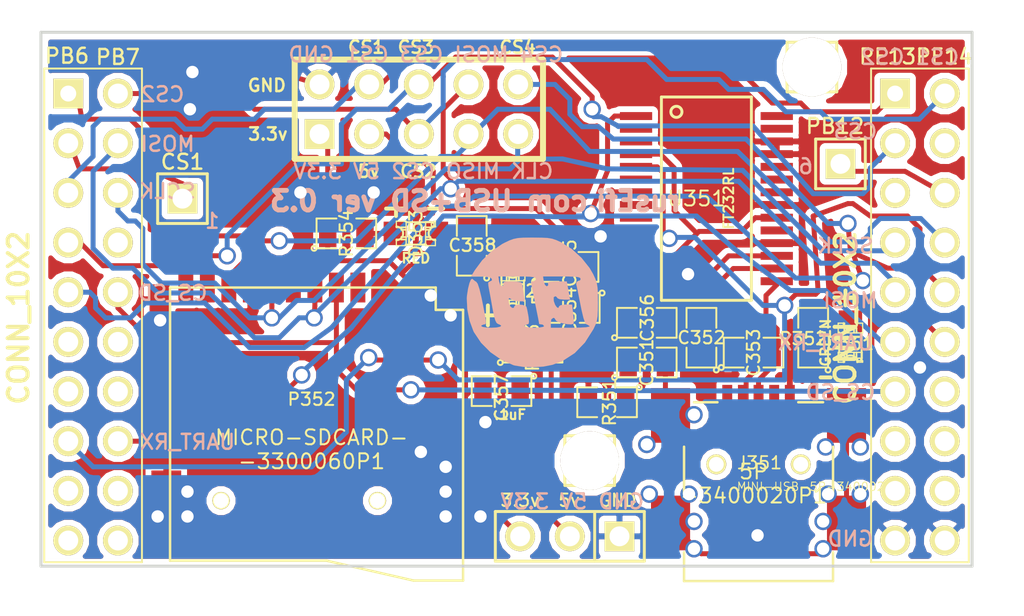
<source format=kicad_pcb>
(kicad_pcb (version 3) (host pcbnew "(2013-mar-13)-testing")
  (title_block (date "21 Фев 2014") (comment 2 Art_Electro) (comment 3 Art_Electro) (comment 4 Art_Electro))
  (layers (15 F.Cu signal) (0 B.Cu signal) (18 B.Paste user) (19 F.Paste user) (20 B.SilkS user hide) (21 F.SilkS user) (22 B.Mask user) (23 F.Mask user) (28 Edge.Cuts user))
  (net 0 "")
  (net 1 /3.3V)
  (net 2 /5V)
  (net 3 /CAN_TX)
  (net 4 /CS1)
  (net 5 /CS2)
  (net 6 /CS3)
  (net 7 /CS4)
  (net 8 /CS_SD_MODULE)
  (net 9 /D+)
  (net 10 /D-)
  (net 11 /SPI_MISO)
  (net 12 /SPI_MOSI)
  (net 13 /SPI_SCK)
  (net 14 /USART_RX)
  (net 15 /USART_TX)
  (net 16 GND)
  (net 17 N-0000013)
  (net 18 N-0000014)
  (net 19 N-0000015)
  (net 20 N-0000016)
  (net 21 N-0000017)
  (net 22 N-0000018)
  (net 23 N-0000019)
  (net 24 N-0000020)
  (net 25 N-0000021)
  (net 26 N-0000022)
  (net 27 N-0000024)
  (net 28 N-0000026)
  (net 29 N-0000029)
  (net 30 N-0000030)
  (net 31 N-0000031)
  (net 32 N-0000032)
  (net 33 N-0000033)
  (net 34 N-0000034)
  (net 35 N-0000035)
  (net 36 N-0000036)
  (net 37 N-0000037)
  (net 38 N-0000038)
  (net 39 N-0000039)
  (net 40 N-0000040)
  (net 41 N-0000041)
  (net 42 N-0000042)
  (net 43 N-0000043)
  (net 44 N-0000044)
  (net 45 N-0000045)
  (net 46 N-0000046)
  (net 47 N-0000047)
  (net 48 N-0000048)
  (net 49 N-0000049)
  (net 50 N-0000050)
  (net 51 N-0000051)
  (net 52 N-0000052)
  (net 53 N-0000053)
  (net 54 N-0000054)
  (net 55 N-0000055)
  (net 56 N-0000056)
  (net 57 N-0000057)
  (net 58 N-0000058)
  (net 59 N-0000059)
  (module SM0805 (layer F.Cu) (at 207.391 168.656)
    (fp_text reference C351 (at 0 0 90) (layer F.SilkS) (effects (font (size 0.635 0.635) (thickness 0.1016))))
    (fp_text value 4700pF hide)
    (pad 1 smd rect (at -0.9525 0) (size 0.889 1.397) (layers F.Cu F.Paste F.Mask) (net 16 GND))
    (pad 2 smd rect (at 0.9525 0) (size 0.889 1.397) (layers F.Cu F.Paste F.Mask) (net 25 N-0000021))
  )
  (module SM0805 (layer F.Cu) (at 210.185 167.386 90)
    (fp_text reference C352 (at 0 0 180) (layer F.SilkS) (effects (font (size 0.635 0.635) (thickness 0.1016))))
    (fp_text value 47pF hide)
    (pad 1 smd rect (at -0.9525 0 90) (size 0.889 1.397) (layers F.Cu F.Paste F.Mask) (net 16 GND))
    (pad 2 smd rect (at 0.9525 0 90) (size 0.889 1.397) (layers F.Cu F.Paste F.Mask) (net 10 /D-))
  )
  (module SM0805 (layer F.Cu) (at 212.852 168.148)
    (fp_text reference C353 (at 0 0 90) (layer F.SilkS) (effects (font (size 0.635 0.635) (thickness 0.1016))))
    (fp_text value 47pF hide)
    (pad 1 smd rect (at -0.9525 0) (size 0.889 1.397) (layers F.Cu F.Paste F.Mask) (net 16 GND))
    (pad 2 smd rect (at 0.9525 0) (size 0.889 1.397) (layers F.Cu F.Paste F.Mask) (net 9 /D+))
  )
  (module SM0805 (layer F.Cu) (at 203.454 165.862 180)
    (fp_text reference C354 (at 0 -0.1524 270) (layer F.SilkS) (effects (font (size 0.635 0.635) (thickness 0.1016))))
    (fp_text value 4.7uF hide)
    (pad 1 smd rect (at -0.9525 0 180) (size 0.889 1.397) (layers F.Cu F.Paste F.Mask) (net 2 /5V))
    (pad 2 smd rect (at 0.9525 0 180) (size 0.889 1.397) (layers F.Cu F.Paste F.Mask) (net 16 GND))
  )
  (module SM0805 (layer F.Cu) (at 203.3905 163.7665)
    (fp_text reference C355 (at 0.0635 -0.1905 90) (layer F.SilkS) (effects (font (size 0.635 0.635) (thickness 0.1016))))
    (fp_text value .1uF hide)
    (pad 1 smd rect (at -0.9525 0) (size 0.889 1.397) (layers F.Cu F.Paste F.Mask) (net 16 GND))
    (pad 2 smd rect (at 0.9525 0) (size 0.889 1.397) (layers F.Cu F.Paste F.Mask) (net 2 /5V))
  )
  (module SM0805 (layer F.Cu) (at 207.391 166.624)
    (fp_text reference C356 (at 0.0254 -0.254 90) (layer F.SilkS) (effects (font (size 0.635 0.635) (thickness 0.1016))))
    (fp_text value .1uF hide)
    (pad 1 smd rect (at -0.9525 0) (size 0.889 1.397) (layers F.Cu F.Paste F.Mask) (net 16 GND))
    (pad 2 smd rect (at 0.9525 0) (size 0.889 1.397) (layers F.Cu F.Paste F.Mask) (net 45 N-0000045))
  )
  (module SM0805 (layer F.Cu) (at 205.359 170.688 180)
    (fp_text reference R351 (at -0.127 0 270) (layer F.SilkS) (effects (font (size 0.635 0.635) (thickness 0.1016))))
    (fp_text value 1M hide)
    (pad 1 smd rect (at -0.9525 0 180) (size 0.889 1.397) (layers F.Cu F.Paste F.Mask) (net 25 N-0000021))
    (pad 2 smd rect (at 0.9525 0 180) (size 0.889 1.397) (layers F.Cu F.Paste F.Mask) (net 16 GND))
  )
  (module SM0805 (layer F.Cu) (at 215.9 167.386 90)
    (fp_text reference R352 (at -0.0508 -0.508 180) (layer F.SilkS) (effects (font (size 0.635 0.635) (thickness 0.1016))))
    (fp_text value 1k hide)
    (pad 1 smd rect (at -0.9525 0 90) (size 0.889 1.397) (layers F.Cu F.Paste F.Mask) (net 24 N-0000020))
    (pad 2 smd rect (at 0.9525 0 90) (size 0.889 1.397) (layers F.Cu F.Paste F.Mask) (net 26 N-0000022))
  )
  (module SM0805 (layer F.Cu) (at 201.549 167.894)
    (fp_text reference R353 (at 0 0 90) (layer F.SilkS) (effects (font (size 0.635 0.635) (thickness 0.1016))))
    (fp_text value 1k hide)
    (pad 1 smd rect (at -0.9525 0) (size 0.889 1.397) (layers F.Cu F.Paste F.Mask) (net 30 N-0000030))
    (pad 2 smd rect (at 0.9525 0) (size 0.889 1.397) (layers F.Cu F.Paste F.Mask) (net 2 /5V))
  )
  (module ssop-28 (layer F.Cu) (at 210.439 160.274 270)
    (fp_text reference U351 (at 0 0.508 360) (layer F.SilkS) (effects (font (size 0.762 0.762) (thickness 0.1016))))
    (fp_text value FT232RL (at 0 -1.143 270) (layer F.SilkS) (effects (font (size 0.50038 0.50038) (thickness 0.09906))))
    (pad 7 smd rect (at -0.32512 3.59918 270) (size 0.4064 1.651) (layers F.Cu F.Paste F.Mask) (net 16 GND))
    (pad 8 smd rect (at 0.32512 3.59918 270) (size 0.4064 1.651) (layers F.Cu F.Paste F.Mask))
    (pad 9 smd rect (at 0.97536 3.59918 270) (size 0.4064 1.651) (layers F.Cu F.Paste F.Mask) (net 53 N-0000053))
    (pad 10 smd rect (at 1.6256 3.59918 270) (size 0.4064 1.651) (layers F.Cu F.Paste F.Mask) (net 52 N-0000052))
    (pad 25 smd rect (at -2.27584 -3.59918 270) (size 0.4064 1.651) (layers F.Cu F.Paste F.Mask) (net 16 GND))
    (pad 4 smd rect (at -2.27584 3.59918 270) (size 0.4064 1.651) (layers F.Cu F.Paste F.Mask) (net 2 /5V))
    (pad 5 smd rect (at -1.6256 3.59918 270) (size 0.4064 1.651) (layers F.Cu F.Paste F.Mask) (net 15 /USART_TX))
    (pad 6 smd rect (at -0.97536 3.59918 270) (size 0.4064 1.651) (layers F.Cu F.Paste F.Mask) (net 54 N-0000054))
    (pad 18 smd rect (at 2.27584 -3.59918 270) (size 0.4064 1.651) (layers F.Cu F.Paste F.Mask) (net 16 GND))
    (pad 19 smd rect (at 1.6256 -3.59918 270) (size 0.4064 1.651) (layers F.Cu F.Paste F.Mask) (net 42 N-0000042))
    (pad 20 smd rect (at 0.97536 -3.59918 270) (size 0.4064 1.651) (layers F.Cu F.Paste F.Mask) (net 2 /5V))
    (pad 21 smd rect (at 0.32512 -3.59918 270) (size 0.4064 1.651) (layers F.Cu F.Paste F.Mask) (net 16 GND))
    (pad 22 smd rect (at -0.32512 -3.59918 270) (size 0.4064 1.651) (layers F.Cu F.Paste F.Mask) (net 49 N-0000049))
    (pad 23 smd rect (at -0.97536 -3.59918 270) (size 0.4064 1.651) (layers F.Cu F.Paste F.Mask) (net 47 N-0000047))
    (pad 11 smd rect (at 2.27584 3.59918 270) (size 0.4064 1.651) (layers F.Cu F.Paste F.Mask) (net 51 N-0000051))
    (pad 24 smd rect (at -1.6256 -3.59918 270) (size 0.4064 1.651) (layers F.Cu F.Paste F.Mask))
    (pad 26 smd rect (at -2.92608 -3.59918 270) (size 0.4064 1.651) (layers F.Cu F.Paste F.Mask) (net 16 GND))
    (pad 27 smd rect (at -3.57378 -3.59918 270) (size 0.4064 1.651) (layers F.Cu F.Paste F.Mask) (net 44 N-0000044))
    (pad 28 smd rect (at -4.22402 -3.59918 270) (size 0.4064 1.651) (layers F.Cu F.Paste F.Mask) (net 43 N-0000043))
    (pad 1 smd rect (at -4.22402 3.59918 270) (size 0.4064 1.651) (layers F.Cu F.Paste F.Mask) (net 14 /USART_RX))
    (pad 2 smd rect (at -3.57378 3.59918 270) (size 0.4064 1.651) (layers F.Cu F.Paste F.Mask) (net 56 N-0000056))
    (pad 3 smd rect (at -2.92608 3.59918 270) (size 0.4064 1.651) (layers F.Cu F.Paste F.Mask) (net 55 N-0000055))
    (pad 12 smd rect (at 2.92608 3.59918 270) (size 0.4064 1.651) (layers F.Cu F.Paste F.Mask) (net 50 N-0000050))
    (pad 13 smd rect (at 3.57378 3.59918 270) (size 0.4064 1.651) (layers F.Cu F.Paste F.Mask) (net 48 N-0000048))
    (pad 14 smd rect (at 4.22402 3.59918 270) (size 0.4064 1.651) (layers F.Cu F.Paste F.Mask) (net 46 N-0000046))
    (pad 15 smd rect (at 4.22402 -3.59918 270) (size 0.4064 1.651) (layers F.Cu F.Paste F.Mask) (net 9 /D+))
    (pad 16 smd rect (at 3.57378 -3.59918 270) (size 0.4064 1.651) (layers F.Cu F.Paste F.Mask) (net 10 /D-))
    (pad 17 smd rect (at 2.92608 -3.59918 270) (size 0.4064 1.651) (layers F.Cu F.Paste F.Mask) (net 45 N-0000045))
  )
  (module SM0805 (layer F.Cu) (at 192.024 162.052)
    (fp_text reference R354 (at 0 0 90) (layer F.SilkS) (effects (font (size 0.635 0.635) (thickness 0.1016))))
    (fp_text value 1k hide)
    (pad 1 smd rect (at -0.9525 0) (size 0.889 1.397) (layers F.Cu F.Paste F.Mask) (net 1 /3.3V))
    (pad 2 smd rect (at 0.9525 0) (size 0.889 1.397) (layers F.Cu F.Paste F.Mask) (net 29 N-0000029))
  )
  (module PIN_ARRAY_3_A (layer F.Cu) (at 203.454 177.546 180)
    (fp_text reference K351 hide)
    (fp_text value CONN_3 hide)
    (pad 1 thru_hole rect (at -2.54 0 180) (size 1.524 1.524) (drill 1.016) (layers *.Cu *.Mask F.SilkS) (net 16 GND))
    (pad 2 thru_hole circle (at 0 0 180) (size 1.524 1.524) (drill 1.016) (layers *.Cu *.Mask F.SilkS) (net 2 /5V))
    (pad 3 thru_hole circle (at 2.54 0 180) (size 1.524 1.524) (drill 1.016) (layers *.Cu *.Mask F.SilkS) (net 1 /3.3V))
  )
  (module PIN_ARRAY_1 (layer F.Cu) (at 217.297 158.496)
    (fp_text reference P355 hide)
    (fp_text value CONN_1 hide)
    (pad 1 thru_hole rect (at 0 0) (size 1.524 1.524) (drill 1.016) (layers *.Cu *.Mask F.SilkS) (net 32 N-0000032))
  )
  (module PIN_ARRAY_1 (layer F.Cu) (at 183.642 160.274)
    (fp_text reference P356 hide)
    (fp_text value CONN_1 hide)
    (pad 1 thru_hole rect (at 0 0) (size 1.524 1.524) (drill 1.016) (layers *.Cu *.Mask F.SilkS) (net 3 /CAN_TX))
  )
  (module LOGO_F (layer B.Cu) (at 201.549 165.608)
    (fp_text reference G305 hide)
    (fp_text value LOGO hide)
  )
  (module SM0805 (layer F.Cu) (at 199.9615 170.1165 180)
    (fp_text reference C357 (at 0 -0.3175 270) (layer F.SilkS) (effects (font (size 0.635 0.635) (thickness 0.10922))))
    (fp_text value .1uF (at -0.4445 -1.2065 180) (layer F.SilkS) (effects (font (size 0.50038 0.50038) (thickness 0.10922))))
    (pad 1 smd rect (at -0.9525 0 180) (size 0.889 1.397) (layers F.Cu F.Paste F.Mask) (net 16 GND))
    (pad 2 smd rect (at 0.9525 0 180) (size 0.889 1.397) (layers F.Cu F.Paste F.Mask) (net 1 /3.3V))
  )
  (module SM0805 (layer F.Cu) (at 198.4375 162.687 90)
    (fp_text reference C358 (at 0.0254 0.0381 180) (layer F.SilkS) (effects (font (size 0.635 0.635) (thickness 0.10922))))
    (fp_text value 4.7uF hide)
    (pad 1 smd rect (at -0.9525 0 90) (size 0.889 1.397) (layers F.Cu F.Paste F.Mask) (net 1 /3.3V))
    (pad 2 smd rect (at 0.9525 0 90) (size 0.889 1.397) (layers F.Cu F.Paste F.Mask) (net 16 GND))
  )
  (module PIN_ARRAY_1 (layer F.Cu) (at 204.47 173.6725)
    (fp_text reference M351 hide)
    (fp_text value CONN_1 hide)
    (pad 1 thru_hole circle (at 0 0) (size 3 3) (drill 3) (layers *.Cu *.Mask F.SilkS) (net 27 N-0000024))
  )
  (module PIN_ARRAY_1 (layer F.Cu) (at 215.8365 153.543)
    (fp_text reference M352 hide)
    (fp_text value CONN_1 hide)
    (pad 1 thru_hole circle (at 0 0) (size 3 3) (drill 3) (layers *.Cu *.Mask F.SilkS) (net 31 N-0000031))
  )
  (module LED-0805_A (layer F.Cu) (at 217.805 167.64 270)
    (fp_text reference D351 (at 0.0508 0.0254 360) (layer F.SilkS) (effects (font (size 0.635 0.635) (thickness 0.10922))))
    (fp_text value GREEN (at 0 1.27 270) (layer F.SilkS) (effects (font (size 0.50038 0.50038) (thickness 0.10922))))
    (pad 1 smd rect (at -1.04902 0 270) (size 1.19888 1.19888) (layers F.Cu F.Paste F.Mask) (net 26 N-0000022))
    (pad 2 smd rect (at 1.04902 0 270) (size 1.19888 1.19888) (layers F.Cu F.Paste F.Mask) (net 16 GND))
  )
  (module LED-0805_A (layer F.Cu) (at 200.533 164.973 90)
    (fp_text reference D352 (at -0.0254 0.0254 180) (layer F.SilkS) (effects (font (size 0.635 0.635) (thickness 0.10922))))
    (fp_text value RED (at 0 1.27 90) (layer F.SilkS) (effects (font (size 0.50038 0.50038) (thickness 0.10922))))
    (pad 1 smd rect (at -1.04902 0 90) (size 1.19888 1.19888) (layers F.Cu F.Paste F.Mask) (net 30 N-0000030))
    (pad 2 smd rect (at 1.04902 0 90) (size 1.19888 1.19888) (layers F.Cu F.Paste F.Mask) (net 16 GND))
  )
  (module LED-0805_A (layer F.Cu) (at 195.58 162.052)
    (fp_text reference D353 (at 0 0 90) (layer F.SilkS) (effects (font (size 0.635 0.635) (thickness 0.10922))))
    (fp_text value RED (at 0 1.27) (layer F.SilkS) (effects (font (size 0.50038 0.50038) (thickness 0.10922))))
    (pad 1 smd rect (at -1.04902 0) (size 1.19888 1.19888) (layers F.Cu F.Paste F.Mask) (net 29 N-0000029))
    (pad 2 smd rect (at 1.04902 0) (size 1.19888 1.19888) (layers F.Cu F.Paste F.Mask) (net 16 GND))
  )
  (module MINI-USB-5P-3400020P1 (layer F.Cu) (at 213.106 175.26)
    (fp_text reference J351 (at 0.0508 -1.4732) (layer F.SilkS) (effects (font (size 0.635 0.635) (thickness 0.0889))))
    (fp_text value MINI-USB-5P-3400020P1 (at 3.302 -0.254) (layer F.SilkS) (effects (font (size 0.4318 0.4318) (thickness 0.0508))))
    (pad 1 smd rect (at -1.6 -4.191) (size 0.508 2.54) (layers F.Cu F.Paste F.Mask) (net 24 N-0000020))
    (pad 2 smd rect (at -0.8 -4.191) (size 0.508 2.54) (layers F.Cu F.Paste F.Mask) (net 10 /D-))
    (pad 3 smd rect (at 0 -4.191) (size 0.508 2.54) (layers F.Cu F.Paste F.Mask) (net 9 /D+))
    (pad 4 smd rect (at 0.8 -4.191) (size 0.508 2.54) (layers F.Cu F.Paste F.Mask) (net 28 N-0000026))
    (pad 5 smd rect (at 1.6 -4.191) (size 0.508 2.54) (layers F.Cu F.Paste F.Mask) (net 16 GND))
    (pad 6 smd rect (at -4.5 1.603 90) (size 2.794 2) (layers F.Cu F.Paste F.Mask) (net 25 N-0000021))
    (pad 6 smd rect (at 4.5 1.603 90) (size 2.794 2) (layers F.Cu F.Paste F.Mask) (net 25 N-0000021))
    (pad 6 smd rect (at -4.5 -3.897 90) (size 2.794 2) (layers F.Cu F.Paste F.Mask) (net 25 N-0000021))
    (pad 6 smd rect (at 4.5 -3.897 90) (size 2.794 2) (layers F.Cu F.Paste F.Mask) (net 25 N-0000021))
    (pad "" thru_hole circle (at -2.159 -1.397 90) (size 1.016 1.016) (drill 0.762) (layers *.Cu *.Mask F.SilkS))
    (pad "" thru_hole circle (at 2.159 -1.397 90) (size 1.016 1.016) (drill 0.762) (layers *.Cu *.Mask F.SilkS))
  )
  (module MICRO-SDCARD-CONNECTOR-3300060P1 (layer F.Cu) (at 190.5 172.3136 270)
    (fp_text reference P352 (at -1.778 0.254 360) (layer F.SilkS) (effects (font (size 0.635 0.635) (thickness 0.1016))))
    (fp_text value MICRO-SDCARD-CONNECTOR-3300060P1 hide)
    (pad 1 smd rect (at -7.493 -2.114 270) (size 1.524 0.762) (layers F.Cu F.Paste F.Mask) (net 59 N-0000059))
    (pad 2 smd rect (at -7.493 -1.014 270) (size 1.524 0.762) (layers F.Cu F.Paste F.Mask) (net 8 /CS_SD_MODULE))
    (pad 3 smd rect (at -7.493 0.086 270) (size 1.524 0.762) (layers F.Cu F.Paste F.Mask) (net 12 /SPI_MOSI))
    (pad 4 smd rect (at -7.493 1.186 270) (size 1.524 0.762) (layers F.Cu F.Paste F.Mask) (net 1 /3.3V))
    (pad 5 smd rect (at -7.493 2.286 270) (size 1.524 0.762) (layers F.Cu F.Paste F.Mask) (net 13 /SPI_SCK))
    (pad 6 smd rect (at -7.493 3.386 270) (size 1.524 0.762) (layers F.Cu F.Paste F.Mask) (net 16 GND))
    (pad 7 smd rect (at -7.493 4.486 270) (size 1.524 0.762) (layers F.Cu F.Paste F.Mask) (net 11 /SPI_MISO))
    (pad 8 smd rect (at -7.493 5.586 270) (size 1.524 0.762) (layers F.Cu F.Paste F.Mask) (net 58 N-0000058))
    (pad 9 smd rect (at -7.493 6.686 270) (size 1.524 0.762) (layers F.Cu F.Paste F.Mask) (net 57 N-0000057))
    (pad G1 smd rect (at -6.893 8.032 270) (size 1.524 1.016) (layers F.Cu F.Paste F.Mask) (net 16 GND))
    (pad G2 smd rect (at 2.88 7.686 270) (size 2.032 1.524) (layers F.Cu F.Paste F.Mask) (net 16 GND))
    (pad G3 smd rect (at 2.88 -7.714 270) (size 2.032 1.524) (layers F.Cu F.Paste F.Mask) (net 16 GND))
    (pad G4 smd rect (at -7.101 -6.895 270) (size 1.524 1.524) (layers F.Cu F.Paste F.Mask) (net 16 GND))
    (pad "" thru_hole circle (at 3.407 4.886 270) (size 0.889 0.889) (drill 0.762) (layers *.Cu *.Mask F.SilkS))
    (pad "" thru_hole circle (at 3.407 -3.114 270) (size 0.889 0.889) (drill 0.762) (layers *.Cu *.Mask F.SilkS))
  )
  (module PIN_ARRAY_5x2_M (layer F.Cu) (at 195.7324 155.702)
    (fp_text reference P351 hide)
    (fp_text value CONN_5X2 hide)
    (pad 1 thru_hole rect (at -5.08 1.27) (size 1.524 1.524) (drill 1.016) (layers *.Cu *.Mask F.SilkS) (net 1 /3.3V))
    (pad 2 thru_hole circle (at -5.08 -1.27) (size 1.524 1.524) (drill 1.016) (layers *.Cu *.Mask F.SilkS) (net 16 GND))
    (pad 3 thru_hole circle (at -2.54 1.27) (size 1.524 1.524) (drill 1.016) (layers *.Cu *.Mask F.SilkS) (net 2 /5V))
    (pad 4 thru_hole circle (at -2.54 -1.27) (size 1.524 1.524) (drill 1.016) (layers *.Cu *.Mask F.SilkS) (net 4 /CS1))
    (pad 5 thru_hole circle (at 0 1.27) (size 1.524 1.524) (drill 1.016) (layers *.Cu *.Mask F.SilkS) (net 5 /CS2))
    (pad 6 thru_hole circle (at 0 -1.27) (size 1.524 1.524) (drill 1.016) (layers *.Cu *.Mask F.SilkS) (net 6 /CS3))
    (pad 7 thru_hole circle (at 2.54 1.27) (size 1.524 1.524) (drill 1.016) (layers *.Cu *.Mask F.SilkS) (net 11 /SPI_MISO))
    (pad 8 thru_hole circle (at 2.54 -1.27) (size 1.524 1.524) (drill 1.016) (layers *.Cu *.Mask F.SilkS) (net 12 /SPI_MOSI))
    (pad 9 thru_hole circle (at 5.08 1.27) (size 1.524 1.524) (drill 1.016) (layers *.Cu *.Mask F.SilkS) (net 13 /SPI_SCK))
    (pad 10 thru_hole circle (at 5.08 -1.27) (size 1.524 1.524) (drill 1.016) (layers *.Cu *.Mask F.SilkS) (net 7 /CS4))
  )
  (module PIN_ARRAY_10X2_M (layer F.Cu) (at 179.07 166.37 270)
    (fp_text reference P353 hide)
    (fp_text value CONN_10X2 (at 0 3.81 270) (layer F.SilkS) (effects (font (size 1.016 1.016) (thickness 0.2032))))
    (pad 1 thru_hole rect (at -11.47064 1.27 270) (size 1.524 1.524) (drill 0.8128) (layers *.Cu *.Mask F.SilkS) (net 3 /CAN_TX))
    (pad 2 thru_hole circle (at -11.47064 -1.27 270) (size 1.524 1.524) (drill 1.016) (layers *.Cu *.Mask F.SilkS) (net 5 /CS2))
    (pad 3 thru_hole circle (at -8.93064 1.27 270) (size 1.524 1.524) (drill 1.016) (layers *.Cu *.Mask F.SilkS) (net 11 /SPI_MISO))
    (pad 4 thru_hole circle (at -8.93064 -1.27 270) (size 1.524 1.524) (drill 1.016) (layers *.Cu *.Mask F.SilkS) (net 12 /SPI_MOSI))
    (pad 5 thru_hole circle (at -6.39064 1.27 270) (size 1.524 1.524) (drill 1.016) (layers *.Cu *.Mask F.SilkS) (net 4 /CS1))
    (pad 6 thru_hole circle (at -6.39064 -1.27 270) (size 1.524 1.524) (drill 1.016) (layers *.Cu *.Mask F.SilkS) (net 13 /SPI_SCK))
    (pad 7 thru_hole circle (at -3.85064 1.27 270) (size 1.524 1.524) (drill 1.016) (layers *.Cu *.Mask F.SilkS) (net 6 /CS3))
    (pad 8 thru_hole circle (at -3.85064 -1.27 270) (size 1.524 1.524) (drill 1.016) (layers *.Cu *.Mask F.SilkS) (net 41 N-0000041))
    (pad 9 thru_hole circle (at -1.31064 1.27 270) (size 1.524 1.524) (drill 1.016) (layers *.Cu *.Mask F.SilkS) (net 7 /CS4))
    (pad 10 thru_hole circle (at -1.31064 -1.27 270) (size 1.524 1.524) (drill 1.016) (layers *.Cu *.Mask F.SilkS) (net 8 /CS_SD_MODULE))
    (pad 11 thru_hole circle (at 1.22936 1.27 270) (size 1.524 1.524) (drill 1.016) (layers *.Cu *.Mask F.SilkS) (net 36 N-0000036))
    (pad 12 thru_hole circle (at 1.22936 -1.27 270) (size 1.524 1.524) (drill 1.016) (layers *.Cu *.Mask F.SilkS) (net 40 N-0000040))
    (pad 13 thru_hole circle (at 3.76936 1.27 270) (size 1.524 1.524) (drill 1.016) (layers *.Cu *.Mask F.SilkS) (net 35 N-0000035))
    (pad 14 thru_hole circle (at 3.76936 -1.27 270) (size 1.524 1.524) (drill 1.016) (layers *.Cu *.Mask F.SilkS) (net 39 N-0000039))
    (pad 15 thru_hole circle (at 6.30936 1.27 270) (size 1.524 1.524) (drill 1.016) (layers *.Cu *.Mask F.SilkS) (net 15 /USART_TX))
    (pad 16 thru_hole circle (at 6.30936 -1.27 270) (size 1.524 1.524) (drill 1.016) (layers *.Cu *.Mask F.SilkS) (net 14 /USART_RX))
    (pad 17 thru_hole circle (at 8.84936 1.27 270) (size 1.524 1.524) (drill 1.016) (layers *.Cu *.Mask F.SilkS) (net 34 N-0000034))
    (pad 18 thru_hole circle (at 8.84936 -1.27 270) (size 1.524 1.524) (drill 1.016) (layers *.Cu *.Mask F.SilkS) (net 38 N-0000038))
    (pad 19 thru_hole circle (at 11.38936 1.27 270) (size 1.524 1.524) (drill 1.016) (layers *.Cu *.Mask F.SilkS) (net 33 N-0000033))
    (pad 20 thru_hole circle (at 11.38936 -1.27 270) (size 1.524 1.524) (drill 1.016) (layers *.Cu *.Mask F.SilkS) (net 37 N-0000037))
  )
  (module PIN_ARRAY_10X2_M (layer F.Cu) (at 221.361 166.37 270)
    (fp_text reference P354 hide)
    (fp_text value CONN_10X2 (at 0 3.81 270) (layer F.SilkS) (effects (font (size 1.016 1.016) (thickness 0.2032))))
    (pad 1 thru_hole rect (at -11.47064 1.27 270) (size 1.524 1.524) (drill 0.8128) (layers *.Cu *.Mask F.SilkS) (net 4 /CS1))
    (pad 2 thru_hole circle (at -11.47064 -1.27 270) (size 1.524 1.524) (drill 1.016) (layers *.Cu *.Mask F.SilkS) (net 5 /CS2))
    (pad 3 thru_hole circle (at -8.93064 1.27 270) (size 1.524 1.524) (drill 1.016) (layers *.Cu *.Mask F.SilkS) (net 6 /CS3))
    (pad 4 thru_hole circle (at -8.93064 -1.27 270) (size 1.524 1.524) (drill 1.016) (layers *.Cu *.Mask F.SilkS) (net 21 N-0000017))
    (pad 5 thru_hole circle (at -6.39064 1.27 270) (size 1.524 1.524) (drill 1.016) (layers *.Cu *.Mask F.SilkS) (net 17 N-0000013))
    (pad 6 thru_hole circle (at -6.39064 -1.27 270) (size 1.524 1.524) (drill 1.016) (layers *.Cu *.Mask F.SilkS) (net 32 N-0000032))
    (pad 7 thru_hole circle (at -3.85064 1.27 270) (size 1.524 1.524) (drill 1.016) (layers *.Cu *.Mask F.SilkS) (net 13 /SPI_SCK))
    (pad 8 thru_hole circle (at -3.85064 -1.27 270) (size 1.524 1.524) (drill 1.016) (layers *.Cu *.Mask F.SilkS) (net 11 /SPI_MISO))
    (pad 9 thru_hole circle (at -1.31064 1.27 270) (size 1.524 1.524) (drill 1.016) (layers *.Cu *.Mask F.SilkS) (net 12 /SPI_MOSI))
    (pad 10 thru_hole circle (at -1.31064 -1.27 270) (size 1.524 1.524) (drill 1.016) (layers *.Cu *.Mask F.SilkS) (net 15 /USART_TX))
    (pad 11 thru_hole circle (at 1.22936 1.27 270) (size 1.524 1.524) (drill 1.016) (layers *.Cu *.Mask F.SilkS) (net 14 /USART_RX))
    (pad 12 thru_hole circle (at 1.22936 -1.27 270) (size 1.524 1.524) (drill 1.016) (layers *.Cu *.Mask F.SilkS) (net 7 /CS4))
    (pad 13 thru_hole circle (at 3.76936 1.27 270) (size 1.524 1.524) (drill 1.016) (layers *.Cu *.Mask F.SilkS) (net 8 /CS_SD_MODULE))
    (pad 14 thru_hole circle (at 3.76936 -1.27 270) (size 1.524 1.524) (drill 1.016) (layers *.Cu *.Mask F.SilkS) (net 20 N-0000016))
    (pad 15 thru_hole circle (at 6.30936 1.27 270) (size 1.524 1.524) (drill 1.016) (layers *.Cu *.Mask F.SilkS) (net 23 N-0000019))
    (pad 16 thru_hole circle (at 6.30936 -1.27 270) (size 1.524 1.524) (drill 1.016) (layers *.Cu *.Mask F.SilkS) (net 19 N-0000015))
    (pad 17 thru_hole circle (at 8.84936 1.27 270) (size 1.524 1.524) (drill 1.016) (layers *.Cu *.Mask F.SilkS) (net 22 N-0000018))
    (pad 18 thru_hole circle (at 8.84936 -1.27 270) (size 1.524 1.524) (drill 1.016) (layers *.Cu *.Mask F.SilkS) (net 18 N-0000014))
    (pad 19 thru_hole circle (at 11.38936 1.27 270) (size 1.524 1.524) (drill 1.016) (layers *.Cu *.Mask F.SilkS) (net 16 GND))
    (pad 20 thru_hole circle (at 11.38936 -1.27 270) (size 1.524 1.524) (drill 1.016) (layers *.Cu *.Mask F.SilkS) (net 16 GND))
  )
  (gr_text PB12 (at 217.0176 156.5656) (layer F.SilkS) (effects (font (size 0.762 0.762) (thickness 0.125095))))
  (gr_text PE13 (at 219.71 153.0096) (layer F.SilkS) (effects (font (size 0.762 0.762) (thickness 0.125095))))
  (gr_text 6 (at 215.519 158.623) (layer B.SilkS) (effects (font (size 0.762 0.762) (thickness 0.127)) (justify mirror)))
  (gr_text 1 (at 185.166 161.417) (layer B.SilkS) (effects (font (size 0.762 0.762) (thickness 0.127)) (justify mirror)))
  (gr_text "CLK MISO CS2 5V 3.3V" (at 195.961 158.877) (layer B.SilkS) (effects (font (size 0.762 0.762) (thickness 0.127)) (justify mirror)))
  (gr_text "CS4 MOSI CS3 CS1 GND" (at 196.088 152.908) (layer B.SilkS) (effects (font (size 0.762 0.762) (thickness 0.127)) (justify mirror)))
  (gr_text "GND 5V 3.3V" (at 203.581 175.768) (layer B.SilkS) (effects (font (size 0.762 0.762) (thickness 0.127)) (justify mirror)))
  (gr_text MOSI (at 182.88 157.48) (layer B.SilkS) (effects (font (size 0.762 0.762) (thickness 0.127)) (justify mirror)))
  (gr_text UART_RX (at 183.896 172.72) (layer B.SilkS) (effects (font (size 0.762 0.762) (thickness 0.127)) (justify mirror)))
  (gr_text CS_SD (at 183.134 165.1) (layer B.SilkS) (effects (font (size 0.762 0.762) (thickness 0.127)) (justify mirror)))
  (gr_text SCLK (at 182.88 159.893) (layer B.SilkS) (effects (font (size 0.762 0.762) (thickness 0.127)) (justify mirror)))
  (gr_text GND (at 217.805 177.673) (layer B.SilkS) (effects (font (size 0.762 0.762) (thickness 0.127)) (justify mirror)))
  (gr_text CS_SD (at 217.297 170.18) (layer B.SilkS) (effects (font (size 0.762 0.762) (thickness 0.127)) (justify mirror)))
  (gr_text UART_RX (at 216.535 167.64) (layer B.SilkS) (effects (font (size 0.762 0.762) (thickness 0.127)) (justify mirror)))
  (gr_text CS2 (at 182.626 154.94) (layer B.SilkS) (effects (font (size 0.762 0.762) (thickness 0.127)) (justify mirror)))
  (gr_text MOSI (at 217.805 165.481) (layer B.SilkS) (effects (font (size 0.762 0.762) (thickness 0.127)) (justify mirror)))
  (gr_text SCLK (at 217.551 162.687) (layer B.SilkS) (effects (font (size 0.762 0.762) (thickness 0.127)) (justify mirror)))
  (gr_text CS3 (at 218.059 156.845) (layer B.SilkS) (effects (font (size 0.762 0.762) (thickness 0.127)) (justify mirror)))
  (gr_text "CS1 CS2" (at 220.853 153.035) (layer B.SilkS) (effects (font (size 0.762 0.762) (thickness 0.127)) (justify mirror)))
  (gr_line (start 194.945 160.782) (end 195.072 160.782) (angle 90) (layer F.SilkS) (width 0.2))
  (gr_line (start 194.564 161.163) (end 194.564 160.274) (angle 90) (layer F.SilkS) (width 0.2))
  (gr_line (start 194.056 160.782) (end 194.945 160.782) (angle 90) (layer F.SilkS) (width 0.2))
  (gr_line (start 196.215 160.782) (end 196.977 160.782) (angle 90) (layer F.SilkS) (width 0.2))
  (gr_line (start 199.263 165.735) (end 199.263 166.751) (angle 90) (layer F.SilkS) (width 0.2))
  (gr_line (start 198.882 166.243) (end 199.644 166.243) (angle 90) (layer F.SilkS) (width 0.2))
  (gr_line (start 200.152 162.814) (end 200.787 162.814) (angle 90) (layer F.SilkS) (width 0.2))
  (gr_line (start 216.789 169.418) (end 216.281 169.418) (angle 90) (layer F.SilkS) (width 0.2))
  (gr_line (start 217.551 165.735) (end 217.551 164.973) (angle 90) (layer F.SilkS) (width 0.2))
  (gr_line (start 217.17 165.354) (end 217.932 165.354) (angle 90) (layer F.SilkS) (width 0.2))
  (gr_text CS1 (at 183.642 158.3944) (layer F.SilkS) (effects (font (size 0.762 0.762) (thickness 0.125095))))
  (gr_text CS2 (at 195.707 158.877) (layer F.SilkS) (effects (font (size 0.635 0.635) (thickness 0.125095))))
  (gr_text CS4 (at 200.787 152.527) (layer F.SilkS) (effects (font (size 0.635 0.635) (thickness 0.125095))))
  (gr_text CS3 (at 195.58 152.527) (layer F.SilkS) (effects (font (size 0.635 0.635) (thickness 0.125095))))
  (gr_text CS1 (at 193.04 152.527) (layer F.SilkS) (effects (font (size 0.635 0.635) (thickness 0.125095))))
  (gr_text 5v (at 193.167 158.877) (layer F.SilkS) (effects (font (size 0.635 0.635) (thickness 0.125095))))
  (gr_text 3.3v (at 188.0108 156.972) (layer F.SilkS) (effects (font (size 0.635 0.635) (thickness 0.125095))))
  (gr_text PB7 (at 180.34 153.035) (layer F.SilkS) (effects (font (size 0.762 0.762) (thickness 0.125095))))
  (gr_text PB6 (at 177.7365 152.9715) (layer F.SilkS) (effects (font (size 0.762 0.762) (thickness 0.125095))))
  (gr_text GND (at 187.96 154.4828) (layer F.SilkS) (effects (font (size 0.635 0.635) (thickness 0.125095))))
  (gr_text PE14 (at 222.6056 153.0096) (layer F.SilkS) (effects (font (size 0.762 0.762) (thickness 0.125095))))
  (gr_text "3.3v  5v  GND" (at 203.3905 175.7045) (layer F.SilkS) (effects (font (size 0.635 0.635) (thickness 0.1016))))
  (gr_text "rusEfi.com USB+SD ver 0.3" (at 198.628 160.401) (layer B.SilkS) (effects (font (size 1 1) (thickness 0.25)) (justify mirror)))
  (gr_text "5P\n-3400020P1" (at 212.852 174.8536) (layer F.SilkS) (effects (font (size 0.762 0.762) (thickness 0.1016))))
  (gr_text "MICRO-SDCARD-\n-3300060P1" (at 190.246 173.101) (layer F.SilkS) (effects (font (size 0.762 0.762) (thickness 0.1016))))
  (gr_line (start 224.028 179.07) (end 224.028 151.765) (angle 90) (layer Edge.Cuts) (width 0.15))
  (gr_line (start 224.028 151.765) (end 176.403 151.765) (angle 90) (layer Edge.Cuts) (width 0.15))
  (gr_line (start 176.403 179.07) (end 224.028 179.07) (angle 90) (layer Edge.Cuts) (width 0.15))
  (gr_line (start 176.403 151.765) (end 176.403 179.07) (angle 90) (layer Edge.Cuts) (width 0.15))
  (segment (start 198.12 172.466) (end 198.12 173.482) (width 0.254) (layer F.Cu) (net 1))
  (segment (start 198.12 170.3705) (end 198.12 172.466) (width 0.254) (layer F.Cu) (net 1))
  (segment (start 199.644 176.276) (end 200.914 177.546) (width 0.254) (layer F.Cu) (net 1))
  (segment (start 199.644 174.1805) (end 199.644 176.276) (width 0.254) (layer F.Cu) (net 1))
  (segment (start 199.1995 173.736) (end 199.644 174.1805) (width 0.254) (layer F.Cu) (net 1))
  (segment (start 198.374 173.736) (end 199.1995 173.736) (width 0.254) (layer F.Cu) (net 1))
  (segment (start 198.12 173.482) (end 198.374 173.736) (width 0.254) (layer F.Cu) (net 1))
  (segment (start 198.4375 163.6395) (end 195.326 163.6395) (width 0.254) (layer F.Cu) (net 1))
  (segment (start 195.326 163.6395) (end 194.84975 164.11575) (width 0.254) (layer F.Cu) (net 1))
  (segment (start 199.009 170.1165) (end 198.374 170.1165) (width 0.254) (layer F.Cu) (net 1))
  (segment (start 198.374 170.1165) (end 198.12 170.3705) (width 0.254) (layer F.Cu) (net 1))
  (segment (start 191.0715 162.052) (end 191.0715 157.4165) (width 0.254) (layer F.Cu) (net 1))
  (segment (start 191.0715 157.4165) (end 190.627 156.972) (width 0.254) (layer F.Cu) (net 1))
  (segment (start 191.0715 162.052) (end 191.0715 163.449) (width 0.254) (layer F.Cu) (net 1))
  (segment (start 191.0715 163.449) (end 191.135 163.449) (width 0.254) (layer F.Cu) (net 1))
  (segment (start 190.5635 163.449) (end 189.865 163.449) (width 0.254) (layer F.Cu) (net 1))
  (segment (start 190.627 163.449) (end 191.135 163.449) (width 0.254) (layer F.Cu) (net 1))
  (segment (start 190.5635 163.449) (end 190.627 163.449) (width 0.254) (layer F.Cu) (net 1))
  (segment (start 189.865 163.449) (end 189.314 164) (width 0.254) (layer F.Cu) (net 1))
  (segment (start 189.314 164) (end 189.314 164.846) (width 0.254) (layer F.Cu) (net 1))
  (segment (start 195.453 164.719) (end 195.453 165.862) (width 0.254) (layer F.Cu) (net 1))
  (segment (start 195.453 165.862) (end 196.977 167.386) (width 0.254) (layer F.Cu) (net 1))
  (segment (start 196.977 167.386) (end 198.12 168.529) (width 0.254) (layer F.Cu) (net 1))
  (segment (start 198.12 168.529) (end 198.12 170.3705) (width 0.254) (layer F.Cu) (net 1))
  (segment (start 191.135 163.449) (end 194.183 163.449) (width 0.254) (layer F.Cu) (net 1))
  (segment (start 194.183 163.449) (end 194.84975 164.11575) (width 0.254) (layer F.Cu) (net 1))
  (segment (start 194.84975 164.11575) (end 195.453 164.719) (width 0.254) (layer F.Cu) (net 1))
  (segment (start 206.83982 157.99816) (end 208.08696 157.99816) (width 0.254) (layer F.Cu) (net 2))
  (segment (start 208.788 160.8836) (end 209.9564 162.052) (width 0.254) (layer F.Cu) (net 2))
  (segment (start 208.788 158.6992) (end 208.788 160.8836) (width 0.254) (layer F.Cu) (net 2))
  (segment (start 208.08696 157.99816) (end 208.788 158.6992) (width 0.254) (layer F.Cu) (net 2))
  (segment (start 208.534 164.592) (end 208.534 163.4744) (width 0.254) (layer F.Cu) (net 2))
  (segment (start 208.534 164.592) (end 207.899 165.227) (width 0.254) (layer F.Cu) (net 2))
  (segment (start 207.899 165.227) (end 205.0415 165.227) (width 0.254) (layer F.Cu) (net 2))
  (segment (start 204.4065 165.862) (end 205.0415 165.227) (width 0.254) (layer F.Cu) (net 2))
  (segment (start 212.94344 161.24936) (end 214.03818 161.24936) (width 0.254) (layer F.Cu) (net 2))
  (segment (start 212.2424 161.9504) (end 212.94344 161.24936) (width 0.254) (layer F.Cu) (net 2))
  (segment (start 210.058 161.9504) (end 212.2424 161.9504) (width 0.254) (layer F.Cu) (net 2))
  (segment (start 208.534 163.4744) (end 209.9564 162.052) (width 0.254) (layer F.Cu) (net 2))
  (segment (start 209.9564 162.052) (end 210.058 161.9504) (width 0.254) (layer F.Cu) (net 2))
  (segment (start 198.628 160.782) (end 201.7268 160.782) (width 0.254) (layer F.Cu) (net 2))
  (segment (start 194.056 156.972) (end 194.564 157.48) (width 0.254) (layer F.Cu) (net 2))
  (segment (start 194.564 157.48) (end 194.564 157.988) (width 0.254) (layer F.Cu) (net 2))
  (segment (start 194.564 157.988) (end 194.945 158.369) (width 0.254) (layer F.Cu) (net 2))
  (segment (start 194.945 158.369) (end 195.961 158.369) (width 0.254) (layer F.Cu) (net 2))
  (segment (start 195.961 158.369) (end 196.469 158.877) (width 0.254) (layer F.Cu) (net 2))
  (segment (start 196.469 158.877) (end 196.469 160.274) (width 0.254) (layer F.Cu) (net 2))
  (segment (start 196.469 160.274) (end 196.977 160.782) (width 0.254) (layer F.Cu) (net 2))
  (segment (start 196.977 160.782) (end 197.739 160.782) (width 0.254) (layer F.Cu) (net 2))
  (segment (start 198.628 160.782) (end 198.12 160.782) (width 0.254) (layer F.Cu) (net 2))
  (segment (start 198.12 160.782) (end 197.739 160.782) (width 0.254) (layer F.Cu) (net 2))
  (segment (start 193.167 156.972) (end 194.056 156.972) (width 0.254) (layer F.Cu) (net 2))
  (segment (start 204.343 163.3982) (end 204.343 163.7665) (width 0.254) (layer F.Cu) (net 2))
  (segment (start 201.7268 160.782) (end 204.343 163.3982) (width 0.254) (layer F.Cu) (net 2))
  (segment (start 202.5015 167.894) (end 202.5015 171.7675) (width 0.254) (layer F.Cu) (net 2))
  (segment (start 201.549 175.641) (end 203.454 177.546) (width 0.254) (layer F.Cu) (net 2))
  (segment (start 201.549 172.72) (end 201.549 175.641) (width 0.254) (layer F.Cu) (net 2))
  (segment (start 202.5015 171.7675) (end 201.549 172.72) (width 0.254) (layer F.Cu) (net 2))
  (segment (start 204.4065 165.862) (end 204.4065 163.83) (width 0.254) (layer F.Cu) (net 2))
  (segment (start 204.4065 163.83) (end 204.343 163.7665) (width 0.254) (layer F.Cu) (net 2))
  (segment (start 202.5015 167.894) (end 203.454 167.894) (width 0.254) (layer F.Cu) (net 2))
  (segment (start 204.4065 166.9415) (end 204.4065 165.862) (width 0.254) (layer F.Cu) (net 2))
  (segment (start 203.454 167.894) (end 204.4065 166.9415) (width 0.254) (layer F.Cu) (net 2))
  (segment (start 177.8 154.89936) (end 178.26736 154.89936) (width 0.254) (layer F.Cu) (net 3))
  (segment (start 183.642 159.512) (end 183.642 160.274) (width 0.254) (layer F.Cu) (net 3))
  (segment (start 181.61 158.623) (end 183.642 159.512) (width 0.254) (layer F.Cu) (net 3))
  (segment (start 181.61 156.845) (end 181.61 158.623) (width 0.254) (layer F.Cu) (net 3))
  (segment (start 180.975 156.21) (end 181.61 156.845) (width 0.254) (layer F.Cu) (net 3))
  (segment (start 178.4985 156.21) (end 180.975 156.21) (width 0.254) (layer F.Cu) (net 3))
  (segment (start 178.26736 154.89936) (end 178.4985 156.21) (width 0.254) (layer F.Cu) (net 3))
  (segment (start 193.167 154.432) (end 192.659 154.432) (width 0.254) (layer B.Cu) (net 4))
  (segment (start 183.769 156.718) (end 184.658 156.718) (width 0.254) (layer B.Cu) (net 4))
  (segment (start 184.658 156.718) (end 185.166 156.21) (width 0.254) (layer B.Cu) (net 4))
  (segment (start 185.166 156.21) (end 187.325 156.21) (width 0.254) (layer B.Cu) (net 4))
  (segment (start 183.261 156.21) (end 183.769 156.718) (width 0.254) (layer B.Cu) (net 4))
  (segment (start 179.451 156.21) (end 183.261 156.21) (width 0.254) (layer B.Cu) (net 4))
  (segment (start 179.07 158.115) (end 179.07 156.591) (width 0.254) (layer B.Cu) (net 4))
  (segment (start 177.8 159.385) (end 179.07 158.115) (width 0.254) (layer B.Cu) (net 4))
  (segment (start 177.8 159.385) (end 177.8 159.97936) (width 0.254) (layer B.Cu) (net 4))
  (segment (start 179.07 156.591) (end 179.451 156.21) (width 0.254) (layer B.Cu) (net 4))
  (segment (start 187.833 155.702) (end 187.325 156.21) (width 0.254) (layer B.Cu) (net 4))
  (segment (start 191.389 155.702) (end 187.833 155.702) (width 0.254) (layer B.Cu) (net 4))
  (segment (start 192.659 154.432) (end 191.389 155.702) (width 0.254) (layer B.Cu) (net 4))
  (segment (start 210.947 152.527) (end 212.1535 153.7335) (width 0.254) (layer F.Cu) (net 4))
  (segment (start 212.1535 153.7335) (end 213.8045 155.3845) (width 0.254) (layer F.Cu) (net 4))
  (segment (start 213.8045 155.3845) (end 215.265 155.3845) (width 0.254) (layer F.Cu) (net 4))
  (segment (start 215.265 155.3845) (end 215.7095 155.829) (width 0.254) (layer F.Cu) (net 4))
  (segment (start 215.7095 155.829) (end 219.16136 155.829) (width 0.254) (layer F.Cu) (net 4))
  (segment (start 219.16136 155.829) (end 220.091 154.89936) (width 0.254) (layer F.Cu) (net 4))
  (segment (start 193.802 154.432) (end 195.707 152.527) (width 0.254) (layer F.Cu) (net 4))
  (segment (start 195.707 152.527) (end 210.947 152.527) (width 0.254) (layer F.Cu) (net 4))
  (segment (start 193.167 154.432) (end 193.802 154.432) (width 0.254) (layer F.Cu) (net 4))
  (segment (start 193.802 154.559) (end 193.167 154.559) (width 0.254) (layer F.Cu) (net 4))
  (segment (start 180.34 154.89936) (end 186.52236 154.89936) (width 0.254) (layer F.Cu) (net 5))
  (segment (start 194.564 155.702) (end 195.707 156.972) (width 0.254) (layer F.Cu) (net 5))
  (segment (start 187.325 155.702) (end 194.564 155.702) (width 0.254) (layer F.Cu) (net 5))
  (segment (start 186.52236 154.89936) (end 187.325 155.702) (width 0.254) (layer F.Cu) (net 5))
  (segment (start 196.977 154.051) (end 196.977 153.797) (width 0.254) (layer B.Cu) (net 5))
  (segment (start 221.32036 156.21) (end 222.631 154.89936) (width 0.254) (layer B.Cu) (net 5))
  (segment (start 216.662 156.21) (end 221.32036 156.21) (width 0.254) (layer B.Cu) (net 5))
  (segment (start 216.281 155.829) (end 216.662 156.21) (width 0.254) (layer B.Cu) (net 5))
  (segment (start 214.503 155.829) (end 216.281 155.829) (width 0.254) (layer B.Cu) (net 5))
  (segment (start 213.36 154.686) (end 214.503 155.829) (width 0.254) (layer B.Cu) (net 5))
  (segment (start 211.582 154.686) (end 213.36 154.686) (width 0.254) (layer B.Cu) (net 5))
  (segment (start 211.074 154.178) (end 211.582 154.686) (width 0.254) (layer B.Cu) (net 5))
  (segment (start 208.407 154.178) (end 211.074 154.178) (width 0.254) (layer B.Cu) (net 5))
  (segment (start 207.391 153.162) (end 208.407 154.178) (width 0.254) (layer B.Cu) (net 5))
  (segment (start 197.612 153.162) (end 207.391 153.162) (width 0.254) (layer B.Cu) (net 5))
  (segment (start 196.977 153.797) (end 197.612 153.162) (width 0.254) (layer B.Cu) (net 5))
  (segment (start 195.707 156.972) (end 195.707 156.845) (width 0.254) (layer B.Cu) (net 5))
  (segment (start 196.977 155.575) (end 196.977 154.051) (width 0.254) (layer B.Cu) (net 5))
  (segment (start 196.977 154.051) (end 196.977 154.000202) (width 0.254) (layer B.Cu) (net 5))
  (segment (start 195.707 156.845) (end 196.977 155.575) (width 0.254) (layer B.Cu) (net 5))
  (segment (start 191.77 158.496) (end 189.611 158.496) (width 0.254) (layer B.Cu) (net 6))
  (segment (start 178.39436 162.51936) (end 179.578 163.703) (width 0.254) (layer F.Cu) (net 6))
  (segment (start 179.578 163.703) (end 182.372 163.703) (width 0.254) (layer F.Cu) (net 6))
  (segment (start 182.372 163.703) (end 182.88 163.195) (width 0.254) (layer F.Cu) (net 6))
  (segment (start 177.8 162.51936) (end 178.39436 162.51936) (width 0.254) (layer F.Cu) (net 6))
  (segment (start 182.88 163.195) (end 185.928 163.195) (width 0.254) (layer F.Cu) (net 6))
  (via (at 185.928 163.195) (size 0.889) (layers F.Cu B.Cu) (net 6))
  (segment (start 195.453 154.432) (end 194.183 155.702) (width 0.254) (layer B.Cu) (net 6))
  (segment (start 194.183 155.702) (end 192.532 155.702) (width 0.254) (layer B.Cu) (net 6))
  (segment (start 192.532 155.702) (end 191.77 156.464) (width 0.254) (layer B.Cu) (net 6))
  (segment (start 191.77 156.464) (end 191.77 158.496) (width 0.254) (layer B.Cu) (net 6))
  (segment (start 195.453 154.432) (end 195.707 154.432) (width 0.254) (layer B.Cu) (net 6))
  (segment (start 185.928 162.179) (end 185.928 163.195) (width 0.254) (layer B.Cu) (net 6))
  (segment (start 189.611 158.496) (end 185.928 162.179) (width 0.254) (layer B.Cu) (net 6))
  (segment (start 201.422 153.035) (end 202.565 153.035) (width 0.254) (layer F.Cu) (net 6))
  (segment (start 196.215 154.432) (end 197.612 153.035) (width 0.254) (layer F.Cu) (net 6))
  (segment (start 197.612 153.035) (end 201.422 153.035) (width 0.254) (layer F.Cu) (net 6))
  (segment (start 195.707 154.432) (end 196.215 154.432) (width 0.254) (layer F.Cu) (net 6))
  (segment (start 204.597 155.067) (end 204.597 155.702) (width 0.254) (layer F.Cu) (net 6))
  (segment (start 202.565 153.035) (end 204.597 155.067) (width 0.254) (layer F.Cu) (net 6))
  (segment (start 205.905101 156.552899) (end 212.813899 156.552899) (width 0.254) (layer B.Cu) (net 6))
  (segment (start 218.821 158.70936) (end 220.091 157.43936) (width 0.254) (layer B.Cu) (net 6))
  (segment (start 218.821 159.639) (end 218.821 158.70936) (width 0.254) (layer B.Cu) (net 6))
  (segment (start 218.44 160.02) (end 218.821 159.639) (width 0.254) (layer B.Cu) (net 6))
  (segment (start 215.9 160.02) (end 218.44 160.02) (width 0.254) (layer B.Cu) (net 6))
  (segment (start 212.813899 156.552899) (end 215.9 160.02) (width 0.254) (layer B.Cu) (net 6))
  (segment (start 204.597 155.702) (end 204.292202 155.702) (width 0.254) (layer B.Cu) (net 6))
  (via (at 204.597 155.702) (size 0.889) (layers F.Cu B.Cu) (net 6))
  (segment (start 205.054202 156.083) (end 205.905101 156.552899) (width 0.254) (layer B.Cu) (net 6))
  (segment (start 204.673202 156.083) (end 205.054202 156.083) (width 0.254) (layer B.Cu) (net 6))
  (segment (start 204.292202 155.702) (end 204.673202 156.083) (width 0.254) (layer B.Cu) (net 6))
  (segment (start 204.346 155.702) (end 204.597 155.702) (width 0.254) (layer F.Cu) (net 6))
  (segment (start 205.905101 156.552899) (end 205.943202 156.591) (width 0.254) (layer B.Cu) (net 6))
  (segment (start 200.787 154.432) (end 202.692 154.432) (width 0.254) (layer B.Cu) (net 7))
  (segment (start 212.471 157.226) (end 205.67762 157.226) (width 0.254) (layer B.Cu) (net 7))
  (segment (start 212.471 157.226) (end 216.662 161.544) (width 0.254) (layer B.Cu) (net 7))
  (segment (start 216.662 161.544) (end 217.678 161.544) (width 0.254) (layer B.Cu) (net 7))
  (via (at 217.678 161.544) (size 0.889) (layers F.Cu B.Cu) (net 7))
  (segment (start 217.678 161.544) (end 217.805 162.941) (width 0.254) (layer F.Cu) (net 7))
  (segment (start 205.67762 157.226) (end 204.91562 156.591) (width 0.254) (layer B.Cu) (net 7))
  (segment (start 204.089 156.591) (end 204.91562 156.591) (width 0.254) (layer B.Cu) (net 7))
  (segment (start 203.454 155.956) (end 204.089 156.591) (width 0.254) (layer B.Cu) (net 7))
  (segment (start 203.454 155.194) (end 203.454 155.956) (width 0.254) (layer B.Cu) (net 7))
  (segment (start 202.692 154.432) (end 203.454 155.194) (width 0.254) (layer B.Cu) (net 7))
  (segment (start 216.408 164.338) (end 218.313 164.338) (width 0.254) (layer B.Cu) (net 7))
  (segment (start 210.439 160.147) (end 214.999418 164.338) (width 0.254) (layer B.Cu) (net 7))
  (segment (start 214.999418 164.338) (end 216.408 164.338) (width 0.254) (layer B.Cu) (net 7))
  (segment (start 198.577202 160.147) (end 205.994 160.147) (width 0.254) (layer B.Cu) (net 7))
  (segment (start 197.815202 160.655) (end 198.577202 160.147) (width 0.254) (layer B.Cu) (net 7))
  (segment (start 196.723 160.655) (end 197.815202 160.655) (width 0.254) (layer B.Cu) (net 7))
  (segment (start 191.262 166.878) (end 196.723 160.655) (width 0.254) (layer B.Cu) (net 7))
  (segment (start 205.994 160.147) (end 210.439 160.147) (width 0.254) (layer B.Cu) (net 7))
  (segment (start 218.44 164.465) (end 217.932 163.068) (width 0.254) (layer F.Cu) (net 7))
  (via (at 218.44 164.465) (size 0.889) (layers F.Cu B.Cu) (net 7))
  (segment (start 218.313 164.338) (end 218.44 164.465) (width 0.254) (layer B.Cu) (net 7))
  (segment (start 177.8 165.05936) (end 178.90236 165.05936) (width 0.254) (layer B.Cu) (net 7))
  (segment (start 189.865 167.894) (end 191.262 166.878) (width 0.254) (layer B.Cu) (net 7))
  (segment (start 187.071 167.894) (end 189.865 167.894) (width 0.254) (layer B.Cu) (net 7))
  (segment (start 184.785 165.608) (end 187.071 167.894) (width 0.254) (layer B.Cu) (net 7))
  (segment (start 181.737 165.608) (end 184.785 165.608) (width 0.254) (layer B.Cu) (net 7))
  (segment (start 180.975 166.37) (end 181.737 165.608) (width 0.254) (layer B.Cu) (net 7))
  (segment (start 179.705 166.37) (end 180.975 166.37) (width 0.254) (layer B.Cu) (net 7))
  (segment (start 179.197 165.862) (end 179.705 166.37) (width 0.254) (layer B.Cu) (net 7))
  (segment (start 179.197 165.354) (end 179.197 165.862) (width 0.254) (layer B.Cu) (net 7))
  (segment (start 178.90236 165.05936) (end 179.197 165.354) (width 0.254) (layer B.Cu) (net 7))
  (segment (start 217.8685 163.0045) (end 219.71 163.83) (width 0.254) (layer F.Cu) (net 7))
  (segment (start 220.726 163.83) (end 221.361 164.465) (width 0.254) (layer F.Cu) (net 7))
  (segment (start 221.361 164.465) (end 221.361 166.32936) (width 0.254) (layer F.Cu) (net 7))
  (segment (start 221.361 166.32936) (end 222.631 167.59936) (width 0.254) (layer F.Cu) (net 7))
  (segment (start 219.71 163.83) (end 220.726 163.83) (width 0.254) (layer F.Cu) (net 7))
  (segment (start 191.514 167.638) (end 191.514 169.035) (width 0.254) (layer F.Cu) (net 8))
  (via (at 195.326 170.053) (size 0.889) (layers F.Cu B.Cu) (net 8))
  (segment (start 195.326 170.053) (end 220.091 170.1394) (width 0.254) (layer B.Cu) (net 8))
  (segment (start 192.532 170.053) (end 195.326 170.053) (width 0.254) (layer F.Cu) (net 8))
  (segment (start 191.514 169.035) (end 192.532 170.053) (width 0.254) (layer F.Cu) (net 8))
  (segment (start 180.34 165.05936) (end 180.34 165.862) (width 0.254) (layer F.Cu) (net 8))
  (segment (start 182.116 167.638) (end 191.514 167.638) (width 0.254) (layer F.Cu) (net 8))
  (segment (start 191.514 164.846) (end 191.514 167.638) (width 0.254) (layer F.Cu) (net 8))
  (segment (start 180.34 165.862) (end 182.116 167.638) (width 0.254) (layer F.Cu) (net 8))
  (segment (start 214.03818 164.49802) (end 214.03818 164.67582) (width 0.254) (layer F.Cu) (net 9))
  (segment (start 214.0585 166.9415) (end 214.0585 168.148) (width 0.254) (layer F.Cu) (net 9))
  (segment (start 213.487 166.37) (end 214.0585 166.9415) (width 0.254) (layer F.Cu) (net 9))
  (segment (start 213.487 165.227) (end 213.487 166.37) (width 0.254) (layer F.Cu) (net 9))
  (segment (start 214.03818 164.67582) (end 213.487 165.227) (width 0.254) (layer F.Cu) (net 9))
  (segment (start 214.0585 168.148) (end 214.0585 168.604082) (width 0.254) (layer F.Cu) (net 9))
  (segment (start 213.106 169.556582) (end 213.106 171.069) (width 0.254) (layer F.Cu) (net 9))
  (segment (start 214.0585 168.604082) (end 213.106 169.556582) (width 0.254) (layer F.Cu) (net 9))
  (segment (start 210.185 166.4335) (end 212.5345 166.4335) (width 0.254) (layer F.Cu) (net 10))
  (segment (start 212.471 170.904) (end 212.306 171.069) (width 0.254) (layer F.Cu) (net 10))
  (segment (start 212.471 169.545) (end 212.471 170.904) (width 0.254) (layer F.Cu) (net 10))
  (segment (start 212.852 169.164) (end 212.471 169.545) (width 0.254) (layer F.Cu) (net 10))
  (segment (start 212.852 166.751) (end 212.852 169.164) (width 0.254) (layer F.Cu) (net 10))
  (segment (start 212.5345 166.4335) (end 212.852 166.751) (width 0.254) (layer F.Cu) (net 10))
  (segment (start 210.185 166.4335) (end 210.185 165.481) (width 0.254) (layer F.Cu) (net 10))
  (segment (start 211.81822 163.84778) (end 214.03818 163.84778) (width 0.254) (layer F.Cu) (net 10))
  (segment (start 210.185 165.481) (end 211.81822 163.84778) (width 0.254) (layer F.Cu) (net 10))
  (segment (start 201.803 155.702) (end 202.438 155.702) (width 0.254) (layer B.Cu) (net 11))
  (segment (start 198.501 156.972) (end 199.771 155.702) (width 0.254) (layer B.Cu) (net 11))
  (segment (start 199.771 155.702) (end 201.803 155.702) (width 0.254) (layer B.Cu) (net 11))
  (segment (start 198.247 156.972) (end 198.501 156.972) (width 0.254) (layer B.Cu) (net 11))
  (segment (start 221.40164 161.29) (end 222.631 162.51936) (width 0.254) (layer B.Cu) (net 11))
  (segment (start 219.329 161.29) (end 221.40164 161.29) (width 0.254) (layer B.Cu) (net 11))
  (segment (start 218.821 161.798) (end 219.329 161.29) (width 0.254) (layer B.Cu) (net 11))
  (segment (start 218.821 162.052) (end 218.821 161.798) (width 0.254) (layer B.Cu) (net 11))
  (segment (start 218.389202 162.483798) (end 218.821 162.052) (width 0.254) (layer B.Cu) (net 11))
  (segment (start 216.789 162.483798) (end 218.389202 162.483798) (width 0.254) (layer B.Cu) (net 11))
  (segment (start 212.039202 157.861) (end 216.789 162.483798) (width 0.254) (layer B.Cu) (net 11))
  (segment (start 204.47 157.861) (end 212.039202 157.861) (width 0.254) (layer B.Cu) (net 11))
  (segment (start 202.438 155.702) (end 204.47 157.861) (width 0.254) (layer B.Cu) (net 11))
  (segment (start 198.247 156.972) (end 198.247 157.48) (width 0.254) (layer B.Cu) (net 11))
  (segment (start 187.452 162.433) (end 187.198 162.433) (width 0.254) (layer F.Cu) (net 11))
  (segment (start 188.595 162.433) (end 187.452 162.433) (width 0.254) (layer F.Cu) (net 11))
  (via (at 188.595 162.433) (size 0.889) (layers F.Cu B.Cu) (net 11))
  (segment (start 192.532 162.433) (end 188.595 162.433) (width 0.254) (layer B.Cu) (net 11))
  (segment (start 196.85 158.115) (end 192.532 162.433) (width 0.254) (layer B.Cu) (net 11))
  (segment (start 197.612 158.115) (end 196.85 158.115) (width 0.254) (layer B.Cu) (net 11))
  (segment (start 198.247 157.48) (end 197.612 158.115) (width 0.254) (layer B.Cu) (net 11))
  (segment (start 181.991 160.02) (end 181.991 161.848798) (width 0.254) (layer F.Cu) (net 11))
  (segment (start 180.721 158.75) (end 181.991 160.02) (width 0.254) (layer F.Cu) (net 11))
  (segment (start 178.3715 158.75) (end 180.721 158.75) (width 0.254) (layer F.Cu) (net 11))
  (segment (start 177.88636 157.43936) (end 178.3715 158.75) (width 0.254) (layer F.Cu) (net 11))
  (segment (start 186.944 162.179) (end 187.198 162.433) (width 0.254) (layer F.Cu) (net 11))
  (segment (start 185.293 162.179) (end 186.944 162.179) (width 0.254) (layer F.Cu) (net 11))
  (segment (start 184.734202 162.229798) (end 185.293 162.179) (width 0.254) (layer F.Cu) (net 11))
  (segment (start 182.88 162.229798) (end 184.734202 162.229798) (width 0.254) (layer F.Cu) (net 11))
  (segment (start 181.991 161.848798) (end 182.88 162.229798) (width 0.254) (layer F.Cu) (net 11))
  (segment (start 186.014 164.846) (end 186.014 164.252) (width 0.254) (layer F.Cu) (net 11))
  (segment (start 187.198 163.068) (end 187.198 162.433) (width 0.254) (layer F.Cu) (net 11))
  (segment (start 186.014 164.252) (end 187.198 163.068) (width 0.254) (layer F.Cu) (net 11))
  (segment (start 197.358 159.766) (end 197.358 159.258) (width 0.254) (layer F.Cu) (net 12))
  (via (at 197.358 159.766) (size 0.889) (layers F.Cu B.Cu) (net 12))
  (segment (start 196.977 155.702) (end 198.247 154.432) (width 0.254) (layer F.Cu) (net 12))
  (segment (start 196.977 158.877) (end 196.977 155.702) (width 0.254) (layer F.Cu) (net 12))
  (segment (start 197.358 159.258) (end 196.977 158.877) (width 0.254) (layer F.Cu) (net 12))
  (segment (start 190.373 166.37) (end 190.373 166.243) (width 0.254) (layer B.Cu) (net 12))
  (segment (start 196.85 159.766) (end 197.358 159.766) (width 0.254) (layer B.Cu) (net 12))
  (segment (start 190.373 166.243) (end 196.85 159.766) (width 0.254) (layer B.Cu) (net 12))
  (segment (start 220.091 165.05936) (end 220.091 164.592) (width 0.254) (layer B.Cu) (net 12))
  (segment (start 220.091 164.592) (end 219.075 163.576) (width 0.254) (layer B.Cu) (net 12))
  (segment (start 219.075 163.576) (end 216.281 163.576) (width 0.254) (layer B.Cu) (net 12))
  (segment (start 216.281 163.576) (end 212.09 159.385) (width 0.254) (layer B.Cu) (net 12))
  (segment (start 212.09 159.385) (end 197.739 159.385) (width 0.254) (layer B.Cu) (net 12))
  (segment (start 197.739 159.385) (end 197.358 159.766) (width 0.254) (layer B.Cu) (net 12))
  (segment (start 179.07 162.814) (end 179.07 158.877) (width 0.254) (layer B.Cu) (net 12))
  (segment (start 189.611 166.37) (end 188.595 167.386) (width 0.254) (layer B.Cu) (net 12))
  (segment (start 188.595 167.386) (end 187.325 167.386) (width 0.254) (layer B.Cu) (net 12))
  (segment (start 187.325 167.386) (end 185.039 165.1) (width 0.254) (layer B.Cu) (net 12))
  (segment (start 185.039 165.1) (end 182.372 165.1) (width 0.254) (layer B.Cu) (net 12))
  (segment (start 182.372 165.1) (end 181.102 163.83) (width 0.254) (layer B.Cu) (net 12))
  (segment (start 181.102 163.83) (end 180.086 163.83) (width 0.254) (layer B.Cu) (net 12))
  (segment (start 180.086 163.83) (end 179.07 162.814) (width 0.254) (layer B.Cu) (net 12))
  (segment (start 190.373 166.37) (end 189.611 166.37) (width 0.254) (layer B.Cu) (net 12))
  (segment (start 179.07 158.877) (end 180.34 157.607) (width 0.254) (layer B.Cu) (net 12))
  (segment (start 190.373 166.37) (end 190.5 166.37) (width 0.254) (layer B.Cu) (net 12))
  (via (at 190.373 166.37) (size 0.889) (layers F.Cu B.Cu) (net 12))
  (segment (start 190.414 165.7658) (end 190.373 166.37) (width 0.254) (layer F.Cu) (net 12))
  (segment (start 190.414 165.608) (end 190.414 165.7658) (width 0.254) (layer F.Cu) (net 12))
  (segment (start 190.414 165.481) (end 190.414 165.608) (width 0.254) (layer F.Cu) (net 12))
  (segment (start 190.414 164.846) (end 190.414 165.481) (width 0.254) (layer F.Cu) (net 12))
  (segment (start 205.359 158.75) (end 203.073 158.242) (width 0.254) (layer B.Cu) (net 13))
  (segment (start 220.091 162.51936) (end 219.66936 162.941) (width 0.254) (layer B.Cu) (net 13))
  (segment (start 216.408 162.941) (end 219.66936 162.941) (width 0.254) (layer B.Cu) (net 13))
  (segment (start 212.293202 158.826202) (end 216.408 162.941) (width 0.254) (layer B.Cu) (net 13))
  (segment (start 205.359 158.75) (end 212.293202 158.826202) (width 0.254) (layer B.Cu) (net 13))
  (segment (start 200.787 158.267404) (end 200.787 158.369) (width 0.254) (layer B.Cu) (net 13))
  (segment (start 203.073 158.242) (end 200.787 158.267404) (width 0.254) (layer B.Cu) (net 13))
  (segment (start 188.214 166.37) (end 188.595 166.37) (width 0.254) (layer B.Cu) (net 13))
  (segment (start 200.787 158.369) (end 200.787 156.972) (width 0.254) (layer B.Cu) (net 13))
  (segment (start 200.406 158.75) (end 200.787 158.369) (width 0.254) (layer B.Cu) (net 13))
  (segment (start 197.104 158.75) (end 200.406 158.75) (width 0.254) (layer B.Cu) (net 13))
  (segment (start 190.373 165.481) (end 197.104 158.75) (width 0.254) (layer B.Cu) (net 13))
  (segment (start 189.484 165.481) (end 190.373 165.481) (width 0.254) (layer B.Cu) (net 13))
  (segment (start 188.595 166.37) (end 189.484 165.481) (width 0.254) (layer B.Cu) (net 13))
  (segment (start 200.787 156.972) (end 200.775418 156.972) (width 0.254) (layer B.Cu) (net 13))
  (segment (start 180.34 159.97936) (end 180.34 160.909) (width 0.254) (layer B.Cu) (net 13))
  (segment (start 187.071 166.37) (end 188.214 166.37) (width 0.254) (layer B.Cu) (net 13))
  (segment (start 185.293 164.592) (end 187.071 166.37) (width 0.254) (layer B.Cu) (net 13))
  (segment (start 182.575202 164.592) (end 185.293 164.592) (width 0.254) (layer B.Cu) (net 13))
  (segment (start 181.61 163.626798) (end 182.575202 164.592) (width 0.254) (layer B.Cu) (net 13))
  (segment (start 181.61 161.798) (end 181.61 163.626798) (width 0.254) (layer B.Cu) (net 13))
  (segment (start 181.229 161.417) (end 181.61 161.798) (width 0.254) (layer B.Cu) (net 13))
  (segment (start 180.848 161.417) (end 181.229 161.417) (width 0.254) (layer B.Cu) (net 13))
  (segment (start 180.34 160.909) (end 180.848 161.417) (width 0.254) (layer B.Cu) (net 13))
  (segment (start 188.214 164.846) (end 188.214 165.481) (width 0.254) (layer F.Cu) (net 13))
  (segment (start 188.214 165.481) (end 188.214 165.608) (width 0.254) (layer F.Cu) (net 13))
  (segment (start 188.214 165.608) (end 188.214 165.7658) (width 0.254) (layer F.Cu) (net 13))
  (segment (start 188.214 165.7658) (end 188.214 166.37) (width 0.254) (layer F.Cu) (net 13))
  (via (at 188.214 166.37) (size 0.889) (layers F.Cu B.Cu) (net 13))
  (segment (start 206.83982 156.04998) (end 205.74762 156.04998) (width 0.254) (layer F.Cu) (net 14))
  (via (at 204.5208 161.036) (size 0.889) (layers F.Cu B.Cu) (net 14))
  (segment (start 205.3844 158.8516) (end 204.5208 161.036) (width 0.254) (layer F.Cu) (net 14))
  (segment (start 205.3844 156.4132) (end 205.3844 158.8516) (width 0.254) (layer F.Cu) (net 14))
  (segment (start 205.74762 156.04998) (end 205.3844 156.4132) (width 0.254) (layer F.Cu) (net 14))
  (segment (start 180.34 172.67936) (end 186.26836 172.67936) (width 0.254) (layer F.Cu) (net 14))
  (via (at 189.738 169.291) (size 0.889) (layers F.Cu B.Cu) (net 14))
  (segment (start 186.26836 172.67936) (end 189.738 169.33672) (width 0.254) (layer F.Cu) (net 14))
  (segment (start 196.977 161.163) (end 199.517 161.163) (width 0.254) (layer B.Cu) (net 14))
  (segment (start 192.278 166.878) (end 196.977 161.163) (width 0.254) (layer B.Cu) (net 14))
  (segment (start 189.738 169.164) (end 192.278 166.878) (width 0.254) (layer B.Cu) (net 14))
  (segment (start 220.091 167.59936) (end 219.41536 167.59936) (width 0.254) (layer B.Cu) (net 14))
  (segment (start 214.733836 164.973) (end 211.836 162.814) (width 0.254) (layer B.Cu) (net 14))
  (segment (start 216.535 164.973) (end 214.733836 164.973) (width 0.254) (layer B.Cu) (net 14))
  (segment (start 219.41536 167.59936) (end 216.535 164.973) (width 0.254) (layer B.Cu) (net 14))
  (segment (start 199.517 161.163) (end 204.216 161.2138) (width 0.254) (layer B.Cu) (net 14))
  (segment (start 203.835 161.163) (end 209.931 161.163) (width 0.254) (layer B.Cu) (net 14))
  (segment (start 204.216 161.2138) (end 204.216 161.163002) (width 0.254) (layer B.Cu) (net 14))
  (segment (start 204.216 161.163002) (end 203.835 161.163) (width 0.254) (layer B.Cu) (net 14))
  (segment (start 209.931 161.163) (end 211.836 162.814) (width 0.254) (layer B.Cu) (net 14))
  (segment (start 206.83982 158.6484) (end 207.9244 158.6484) (width 0.254) (layer F.Cu) (net 15))
  (segment (start 213.3346 165.735) (end 214.4395 165.735) (width 0.254) (layer B.Cu) (net 15))
  (segment (start 209.8548 162.2552) (end 213.3346 165.735) (width 0.254) (layer B.Cu) (net 15))
  (segment (start 208.5848 162.2552) (end 209.8548 162.2552) (width 0.254) (layer B.Cu) (net 15))
  (segment (start 208.534 162.306) (end 208.5848 162.2552) (width 0.254) (layer B.Cu) (net 15))
  (via (at 208.534 162.306) (size 0.889) (layers F.Cu B.Cu) (net 15))
  (segment (start 208.2292 162.0012) (end 208.534 162.306) (width 0.254) (layer F.Cu) (net 15))
  (segment (start 208.2292 158.9532) (end 208.2292 162.0012) (width 0.254) (layer F.Cu) (net 15))
  (segment (start 207.9244 158.6484) (end 208.2292 158.9532) (width 0.254) (layer F.Cu) (net 15))
  (segment (start 215.9 161.163) (end 216.154 165.0365) (width 0.254) (layer F.Cu) (net 15))
  (segment (start 216.154 165.0365) (end 216.027 165.1635) (width 0.254) (layer F.Cu) (net 15))
  (segment (start 216.027 165.1635) (end 215.011 165.1635) (width 0.254) (layer F.Cu) (net 15))
  (segment (start 215.011 165.1635) (end 214.4395 165.735) (width 0.254) (layer F.Cu) (net 15))
  (via (at 214.4395 165.735) (size 0.889) (layers F.Cu B.Cu) (net 15))
  (segment (start 214.4395 165.735) (end 214.4395 169.545) (width 0.254) (layer B.Cu) (net 15))
  (segment (start 196.723 168.529) (end 193.294 168.529) (width 0.254) (layer F.Cu) (net 15))
  (segment (start 179.07 173.99) (end 188.595 173.99) (width 0.254) (layer B.Cu) (net 15))
  (segment (start 177.8 172.72) (end 179.07 173.99) (width 0.254) (layer B.Cu) (net 15))
  (segment (start 190.246 173.99) (end 188.595 173.99) (width 0.254) (layer B.Cu) (net 15))
  (segment (start 192.024 172.212) (end 190.246 173.99) (width 0.254) (layer B.Cu) (net 15))
  (segment (start 192.024 169.545) (end 192.024 172.212) (width 0.254) (layer B.Cu) (net 15))
  (segment (start 193.167 168.402) (end 192.024 169.545) (width 0.254) (layer B.Cu) (net 15))
  (via (at 193.167 168.402) (size 0.889) (layers F.Cu B.Cu) (net 15))
  (segment (start 198.628 169.545) (end 197.739 169.545) (width 0.254) (layer B.Cu) (net 15))
  (segment (start 197.739 169.545) (end 196.723 168.529) (width 0.254) (layer B.Cu) (net 15))
  (via (at 196.723 168.529) (size 0.889) (layers F.Cu B.Cu) (net 15))
  (segment (start 214.4395 169.545) (end 198.628 169.545) (width 0.254) (layer B.Cu) (net 15))
  (segment (start 217.932 160.528) (end 218.821 161.163) (width 0.254) (layer F.Cu) (net 15))
  (segment (start 218.821 161.163) (end 220.726 161.163) (width 0.254) (layer F.Cu) (net 15))
  (segment (start 217.678 160.528) (end 215.9 161.163) (width 0.254) (layer F.Cu) (net 15))
  (segment (start 221.361 161.798) (end 220.726 161.163) (width 0.254) (layer F.Cu) (net 15))
  (segment (start 221.361 163.703) (end 221.361 161.798) (width 0.254) (layer F.Cu) (net 15))
  (segment (start 222.631 164.973) (end 221.361 163.703) (width 0.254) (layer F.Cu) (net 15))
  (segment (start 217.678 160.528) (end 217.932 160.528) (width 0.254) (layer F.Cu) (net 15))
  (segment (start 214.03818 162.54984) (end 211.08416 162.54984) (width 0.254) (layer F.Cu) (net 16))
  (via (at 209.4992 164.1348) (size 0.889) (layers F.Cu B.Cu) (net 16))
  (segment (start 211.08416 162.54984) (end 209.4992 164.1348) (width 0.254) (layer F.Cu) (net 16))
  (segment (start 206.83982 159.94888) (end 205.76032 159.94888) (width 0.254) (layer F.Cu) (net 16))
  (via (at 205.0288 162.2044) (size 0.889) (layers F.Cu B.Cu) (net 16))
  (segment (start 205.486 161.7472) (end 205.0288 162.2044) (width 0.254) (layer F.Cu) (net 16))
  (segment (start 205.486 160.2232) (end 205.486 161.7472) (width 0.254) (layer F.Cu) (net 16))
  (segment (start 205.76032 159.94888) (end 205.486 160.2232) (width 0.254) (layer F.Cu) (net 16))
  (segment (start 182.814 175.219) (end 182.814 175.448) (width 0.254) (layer F.Cu) (net 16))
  (via (at 183.896 176.53) (size 0.889) (layers F.Cu B.Cu) (net 16))
  (segment (start 182.814 175.448) (end 183.896 176.53) (width 0.254) (layer F.Cu) (net 16))
  (segment (start 198.214 175.219) (end 198.214 175.42) (width 0.254) (layer F.Cu) (net 16))
  (via (at 197.104 176.53) (size 0.889) (layers F.Cu B.Cu) (net 16))
  (segment (start 198.214 175.42) (end 197.104 176.53) (width 0.254) (layer F.Cu) (net 16))
  (segment (start 198.214 175.219) (end 198.214 175.1) (width 0.254) (layer F.Cu) (net 16))
  (via (at 197.104 173.99) (size 0.889) (layers F.Cu B.Cu) (net 16))
  (segment (start 198.214 175.1) (end 197.104 173.99) (width 0.254) (layer F.Cu) (net 16))
  (segment (start 182.468 165.446) (end 182.468 166.466) (width 0.254) (layer F.Cu) (net 16))
  (via (at 182.499 166.497) (size 0.889) (layers F.Cu B.Cu) (net 16))
  (segment (start 182.468 166.466) (end 182.499 166.497) (width 0.254) (layer F.Cu) (net 16))
  (segment (start 197.395 165.238) (end 196.353 165.238) (width 0.254) (layer F.Cu) (net 16))
  (via (at 196.342 165.227) (size 0.889) (layers F.Cu B.Cu) (net 16))
  (segment (start 196.353 165.238) (end 196.342 165.227) (width 0.254) (layer F.Cu) (net 16))
  (segment (start 197.395 165.238) (end 197.395 166.206) (width 0.254) (layer F.Cu) (net 16))
  (via (at 197.358 166.243) (size 0.889) (layers F.Cu B.Cu) (net 16))
  (segment (start 197.395 166.206) (end 197.358 166.243) (width 0.254) (layer F.Cu) (net 16))
  (segment (start 182.814 175.219) (end 182.814 176.088) (width 0.254) (layer F.Cu) (net 16))
  (via (at 182.372 176.53) (size 0.889) (layers F.Cu B.Cu) (net 16))
  (segment (start 182.814 176.088) (end 182.372 176.53) (width 0.254) (layer F.Cu) (net 16))
  (segment (start 182.814 175.219) (end 183.855 175.219) (width 0.254) (layer F.Cu) (net 16))
  (via (at 183.896 175.26) (size 0.889) (layers F.Cu B.Cu) (net 16))
  (segment (start 183.855 175.219) (end 183.896 175.26) (width 0.254) (layer F.Cu) (net 16))
  (segment (start 198.214 175.219) (end 197.145 175.219) (width 0.254) (layer F.Cu) (net 16))
  (via (at 197.104 175.26) (size 0.889) (layers F.Cu B.Cu) (net 16))
  (segment (start 197.145 175.219) (end 197.104 175.26) (width 0.254) (layer F.Cu) (net 16))
  (segment (start 198.214 175.219) (end 198.214 175.862) (width 0.254) (layer F.Cu) (net 16))
  (via (at 198.882 176.53) (size 0.889) (layers F.Cu B.Cu) (net 16))
  (segment (start 198.214 175.862) (end 198.882 176.53) (width 0.254) (layer F.Cu) (net 16))
  (segment (start 187.114 164.846) (end 187.114 164.041) (width 0.254) (layer F.Cu) (net 16))
  (segment (start 187.114 164.041) (end 187.579 163.576) (width 0.254) (layer F.Cu) (net 16))
  (segment (start 217.805 168.68902) (end 218.47302 168.68902) (width 0.254) (layer F.Cu) (net 16))
  (via (at 213.0552 177.4952) (size 0.889) (layers F.Cu B.Cu) (net 16))
  (segment (start 213.106 173.355) (end 213.0552 177.4952) (width 0.254) (layer B.Cu) (net 16))
  (segment (start 215.011 171.45) (end 213.106 173.355) (width 0.254) (layer B.Cu) (net 16))
  (segment (start 220.853 171.45) (end 215.011 171.45) (width 0.254) (layer B.Cu) (net 16))
  (segment (start 221.361 170.942) (end 220.853 171.45) (width 0.254) (layer B.Cu) (net 16))
  (segment (start 221.361 168.91) (end 221.361 170.942) (width 0.254) (layer B.Cu) (net 16))
  (via (at 221.361 168.91) (size 0.889) (layers F.Cu B.Cu) (net 16))
  (segment (start 218.694 168.91) (end 221.361 168.91) (width 0.254) (layer F.Cu) (net 16))
  (segment (start 218.47302 168.68902) (end 218.694 168.91) (width 0.254) (layer F.Cu) (net 16))
  (via (at 189.6745 159.9565) (size 0.889) (layers F.Cu B.Cu) (net 16))
  (segment (start 185.801 159.258) (end 188.976 159.258) (width 0.254) (layer F.Cu) (net 16))
  (segment (start 188.976 159.258) (end 189.6745 159.9565) (width 0.254) (layer F.Cu) (net 16))
  (segment (start 198.4375 161.7345) (end 196.94652 161.7345) (width 0.254) (layer F.Cu) (net 16))
  (segment (start 196.94652 161.7345) (end 196.62902 162.052) (width 0.254) (layer F.Cu) (net 16))
  (segment (start 199.136 171.704) (end 200.787 171.704) (width 0.254) (layer F.Cu) (net 16))
  (segment (start 195.834 173.101) (end 195.834 173.228) (width 0.254) (layer F.Cu) (net 16))
  (via (at 195.834 173.228) (size 0.889) (layers F.Cu B.Cu) (net 16))
  (segment (start 197.612 173.228) (end 195.834 173.228) (width 0.254) (layer B.Cu) (net 16))
  (segment (start 199.136 171.704) (end 197.612 173.228) (width 0.254) (layer B.Cu) (net 16))
  (via (at 199.136 171.704) (size 0.889) (layers F.Cu B.Cu) (net 16))
  (segment (start 200.914 171.577) (end 200.914 170.1165) (width 0.254) (layer F.Cu) (net 16))
  (segment (start 200.787 171.704) (end 200.914 171.577) (width 0.254) (layer F.Cu) (net 16))
  (segment (start 184.531 156.21) (end 184.023 155.702) (width 0.254) (layer F.Cu) (net 16))
  (segment (start 185.801 159.258) (end 184.531 157.988) (width 0.254) (layer F.Cu) (net 16))
  (segment (start 190.627 154.432) (end 188.087 153.67) (width 0.254) (layer F.Cu) (net 16))
  (segment (start 184.277 153.67) (end 188.087 153.67) (width 0.254) (layer F.Cu) (net 16))
  (segment (start 184.15 153.797) (end 184.277 153.67) (width 0.254) (layer F.Cu) (net 16))
  (via (at 184.15 153.797) (size 0.889) (layers F.Cu B.Cu) (net 16))
  (segment (start 184.15 155.575) (end 184.15 153.797) (width 0.254) (layer B.Cu) (net 16))
  (segment (start 184.023 155.702) (end 184.15 155.575) (width 0.254) (layer B.Cu) (net 16))
  (via (at 184.023 155.702) (size 0.889) (layers F.Cu B.Cu) (net 16))
  (segment (start 184.531 157.988) (end 184.531 156.21) (width 0.254) (layer F.Cu) (net 16))
  (segment (start 195.10502 160.528) (end 196.62902 162.052) (width 0.254) (layer F.Cu) (net 16))
  (segment (start 189.6745 159.9565) (end 193.421 159.9565) (width 0.254) (layer B.Cu) (net 16))
  (via (at 193.421 159.9565) (size 0.889) (layers F.Cu B.Cu) (net 16))
  (segment (start 193.421 159.9565) (end 193.9925 160.528) (width 0.254) (layer F.Cu) (net 16))
  (segment (start 193.9925 160.528) (end 195.10502 160.528) (width 0.254) (layer F.Cu) (net 16))
  (segment (start 215.9 168.3385) (end 215.9 172.339) (width 0.254) (layer F.Cu) (net 24))
  (segment (start 211.506 172.771) (end 211.506 171.069) (width 0.254) (layer F.Cu) (net 24))
  (segment (start 211.582 172.847) (end 211.506 172.771) (width 0.254) (layer F.Cu) (net 24))
  (segment (start 215.392 172.847) (end 211.582 172.847) (width 0.254) (layer F.Cu) (net 24))
  (segment (start 215.9 172.339) (end 215.392 172.847) (width 0.254) (layer F.Cu) (net 24))
  (segment (start 217.606 171.363) (end 217.606 176.863) (width 0.254) (layer F.Cu) (net 25))
  (segment (start 217.606 176.863) (end 216.916 177.553) (width 0.254) (layer F.Cu) (net 25))
  (segment (start 210.178 178.435) (end 208.606 176.863) (width 0.254) (layer F.Cu) (net 25))
  (segment (start 216.154 178.435) (end 210.178 178.435) (width 0.254) (layer F.Cu) (net 25))
  (segment (start 216.916 177.673) (end 216.154 178.435) (width 0.254) (layer F.Cu) (net 25))
  (segment (start 216.916 177.553) (end 216.916 177.673) (width 0.254) (layer F.Cu) (net 25))
  (segment (start 208.606 176.863) (end 208.606 171.363) (width 0.254) (layer F.Cu) (net 25))
  (segment (start 217.606 176.863) (end 217.606 176.983) (width 0.254) (layer F.Cu) (net 25))
  (segment (start 217.606 176.983) (end 216.408 178.181) (width 0.254) (layer F.Cu) (net 25))
  (via (at 216.408 178.181) (size 0.889) (layers F.Cu B.Cu) (net 25))
  (segment (start 217.606 176.863) (end 216.487 176.863) (width 0.254) (layer F.Cu) (net 25))
  (segment (start 216.487 176.863) (end 216.408 176.784) (width 0.254) (layer F.Cu) (net 25))
  (via (at 216.408 176.784) (size 0.889) (layers F.Cu B.Cu) (net 25))
  (segment (start 208.606 176.863) (end 208.606 176.475) (width 0.254) (layer F.Cu) (net 25))
  (via (at 207.518 175.387) (size 0.889) (layers F.Cu B.Cu) (net 25))
  (segment (start 208.606 176.475) (end 207.518 175.387) (width 0.254) (layer F.Cu) (net 25))
  (segment (start 208.606 176.863) (end 208.606 176.331) (width 0.254) (layer F.Cu) (net 25))
  (via (at 209.55 175.387) (size 0.889) (layers F.Cu B.Cu) (net 25))
  (segment (start 208.606 176.331) (end 209.55 175.387) (width 0.254) (layer F.Cu) (net 25))
  (segment (start 208.606 176.863) (end 209.725 176.863) (width 0.254) (layer F.Cu) (net 25))
  (via (at 209.804 176.784) (size 0.889) (layers F.Cu B.Cu) (net 25))
  (segment (start 209.725 176.863) (end 209.804 176.784) (width 0.254) (layer F.Cu) (net 25))
  (segment (start 208.606 176.863) (end 208.606 176.983) (width 0.254) (layer F.Cu) (net 25))
  (via (at 209.804 178.181) (size 0.889) (layers F.Cu B.Cu) (net 25))
  (segment (start 208.606 176.983) (end 209.804 178.181) (width 0.254) (layer F.Cu) (net 25))
  (segment (start 208.606 171.363) (end 209.764 171.363) (width 0.254) (layer F.Cu) (net 25))
  (via (at 209.804 171.323) (size 0.889) (layers F.Cu B.Cu) (net 25))
  (segment (start 209.764 171.363) (end 209.804 171.323) (width 0.254) (layer F.Cu) (net 25))
  (segment (start 217.606 171.363) (end 217.606 171.903) (width 0.254) (layer F.Cu) (net 25))
  (via (at 216.535 172.974) (size 0.889) (layers F.Cu B.Cu) (net 25))
  (segment (start 217.606 171.903) (end 216.535 172.974) (width 0.254) (layer F.Cu) (net 25))
  (segment (start 217.606 176.863) (end 217.606 176.094) (width 0.254) (layer F.Cu) (net 25))
  (segment (start 217.606 176.094) (end 218.313 175.387) (width 0.254) (layer F.Cu) (net 25))
  (via (at 218.313 175.387) (size 0.889) (layers F.Cu B.Cu) (net 25))
  (segment (start 217.606 176.863) (end 217.606 176.331) (width 0.254) (layer F.Cu) (net 25))
  (segment (start 217.606 176.331) (end 216.662 175.387) (width 0.254) (layer F.Cu) (net 25))
  (via (at 216.662 175.387) (size 0.889) (layers F.Cu B.Cu) (net 25))
  (segment (start 217.606 171.363) (end 217.606 172.267) (width 0.254) (layer F.Cu) (net 25))
  (via (at 218.313 172.974) (size 0.889) (layers F.Cu B.Cu) (net 25))
  (segment (start 217.606 172.267) (end 218.313 172.974) (width 0.254) (layer F.Cu) (net 25))
  (segment (start 208.606 171.363) (end 208.606 171.632) (width 0.254) (layer F.Cu) (net 25))
  (via (at 207.391 172.847) (size 0.889) (layers F.Cu B.Cu) (net 25))
  (segment (start 208.606 171.632) (end 207.391 172.847) (width 0.254) (layer F.Cu) (net 25))
  (segment (start 206.3115 170.688) (end 207.931 170.688) (width 0.254) (layer F.Cu) (net 25))
  (segment (start 207.931 170.688) (end 208.606 171.363) (width 0.254) (layer F.Cu) (net 25))
  (segment (start 208.3435 168.529) (end 208.3435 171.1005) (width 0.254) (layer F.Cu) (net 25))
  (segment (start 208.3435 171.1005) (end 208.606 171.363) (width 0.254) (layer F.Cu) (net 25))
  (segment (start 217.64752 166.4335) (end 217.805 166.59098) (width 0.254) (layer F.Cu) (net 26))
  (segment (start 215.9 166.4335) (end 217.64752 166.4335) (width 0.254) (layer F.Cu) (net 26))
  (segment (start 194.53098 162.052) (end 192.9765 162.052) (width 0.254) (layer F.Cu) (net 29))
  (segment (start 200.5965 167.894) (end 200.5965 166.08552) (width 0.254) (layer F.Cu) (net 30))
  (segment (start 200.5965 166.08552) (end 200.533 166.02202) (width 0.254) (layer F.Cu) (net 30))
  (segment (start 217.297 158.496) (end 217.678 158.877) (width 0.254) (layer F.Cu) (net 32))
  (segment (start 217.678 158.877) (end 220.599 158.877) (width 0.254) (layer F.Cu) (net 32))
  (segment (start 220.599 158.877) (end 222.631 160.02) (width 0.254) (layer F.Cu) (net 32))
  (segment (start 209.423 165.354) (end 209.296 165.354) (width 0.254) (layer F.Cu) (net 45))
  (segment (start 211.57692 163.20008) (end 209.423 165.354) (width 0.254) (layer F.Cu) (net 45))
  (segment (start 214.03818 163.20008) (end 211.57692 163.20008) (width 0.254) (layer F.Cu) (net 45))
  (segment (start 208.3435 166.3065) (end 208.3435 166.624) (width 0.254) (layer F.Cu) (net 45))
  (segment (start 209.296 165.354) (end 208.3435 166.3065) (width 0.254) (layer F.Cu) (net 45))
  (zone (net 16) (net_name GND) (layer B.Cu) (connect_pads (clearance 0.3)) (min_thickness 0.25) (fill (arc_segments 16) (thermal_gap 0.3) (thermal_bridge_width 0.3))
    (polygon (pts (xy 174.371 150.368) (xy 174.752 181.61) (xy 226.695 181.356) (xy 226.441 150.114)))
  )
  (zone (net 16) (net_name GND) (layer F.Cu) (connect_pads (clearance 0.3)) (min_thickness 0.25) (fill (arc_segments 16) (thermal_gap 0.3) (thermal_bridge_width 0.3))
    (polygon (pts (xy 175.514 151.13) (xy 175.768 180.848) (xy 225.806 180.34) (xy 225.298 151.257)))
  )
)
</source>
